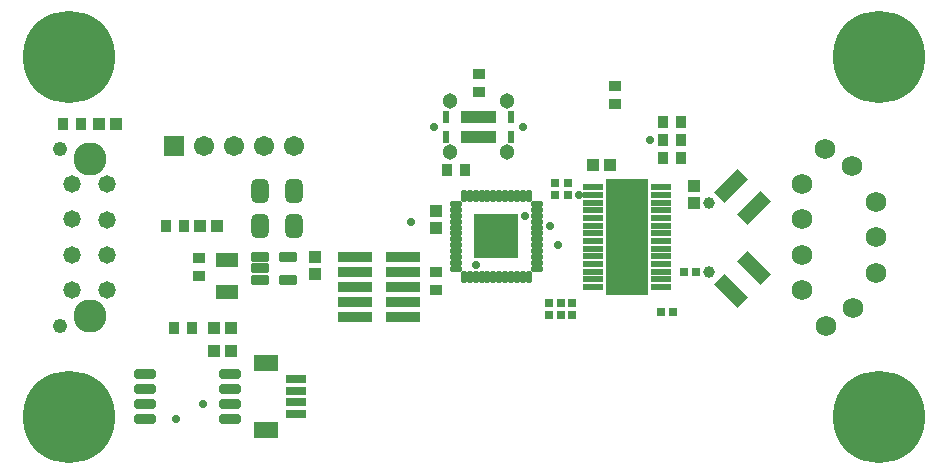
<source format=gts>
G04*
G04 #@! TF.GenerationSoftware,Altium Limited,CircuitStudio,1.5.2 (30)*
G04*
G04 Layer_Color=20142*
%FSLAX25Y25*%
%MOIN*%
G70*
G01*
G75*
%ADD51R,0.11666X0.03359*%
%ADD52R,0.03950X0.04343*%
G04:AMPARAMS|DCode=53|XSize=75.72mil|YSize=31.23mil|CornerRadius=6.9mil|HoleSize=0mil|Usage=FLASHONLY|Rotation=0.000|XOffset=0mil|YOffset=0mil|HoleType=Round|Shape=RoundedRectangle|*
%AMROUNDEDRECTD53*
21,1,0.07572,0.01742,0,0,0.0*
21,1,0.06191,0.03123,0,0,0.0*
1,1,0.01381,0.03096,-0.00871*
1,1,0.01381,-0.03096,-0.00871*
1,1,0.01381,-0.03096,0.00871*
1,1,0.01381,0.03096,0.00871*
%
%ADD53ROUNDEDRECTD53*%
%ADD54R,0.01981X0.04225*%
%ADD55R,0.03556X0.04343*%
G04:AMPARAMS|DCode=56|XSize=110.36mil|YSize=51.31mil|CornerRadius=0mil|HoleSize=0mil|Usage=FLASHONLY|Rotation=315.000|XOffset=0mil|YOffset=0mil|HoleType=Round|Shape=Rectangle|*
%AMROTATEDRECTD56*
4,1,4,-0.05716,0.02088,-0.02088,0.05716,0.05716,-0.02088,0.02088,-0.05716,-0.05716,0.02088,0.0*
%
%ADD56ROTATEDRECTD56*%

G04:AMPARAMS|DCode=57|XSize=110.36mil|YSize=51.31mil|CornerRadius=0mil|HoleSize=0mil|Usage=FLASHONLY|Rotation=225.000|XOffset=0mil|YOffset=0mil|HoleType=Round|Shape=Rectangle|*
%AMROTATEDRECTD57*
4,1,4,0.02088,0.05716,0.05716,0.02088,-0.02088,-0.05716,-0.05716,-0.02088,0.02088,0.05716,0.0*
%
%ADD57ROTATEDRECTD57*%

%ADD58R,0.14186X0.38989*%
%ADD59R,0.06981X0.02414*%
%ADD60R,0.02769X0.03162*%
%ADD61R,0.04343X0.03556*%
%ADD62R,0.04343X0.03950*%
G04:AMPARAMS|DCode=63|XSize=79.65mil|YSize=56.82mil|CornerRadius=16.21mil|HoleSize=0mil|Usage=FLASHONLY|Rotation=90.000|XOffset=0mil|YOffset=0mil|HoleType=Round|Shape=RoundedRectangle|*
%AMROUNDEDRECTD63*
21,1,0.07965,0.02441,0,0,90.0*
21,1,0.04724,0.05682,0,0,90.0*
1,1,0.03241,0.01221,0.02362*
1,1,0.03241,0.01221,-0.02362*
1,1,0.03241,-0.01221,-0.02362*
1,1,0.03241,-0.01221,0.02362*
%
%ADD63ROUNDEDRECTD63*%
%ADD64R,0.07493X0.05131*%
%ADD65R,0.14579X0.14579*%
G04:AMPARAMS|DCode=66|XSize=39.89mil|YSize=18.24mil|CornerRadius=5.28mil|HoleSize=0mil|Usage=FLASHONLY|Rotation=90.000|XOffset=0mil|YOffset=0mil|HoleType=Round|Shape=RoundedRectangle|*
%AMROUNDEDRECTD66*
21,1,0.03989,0.00768,0,0,90.0*
21,1,0.02933,0.01824,0,0,90.0*
1,1,0.01056,0.00384,0.01467*
1,1,0.01056,0.00384,-0.01467*
1,1,0.01056,-0.00384,-0.01467*
1,1,0.01056,-0.00384,0.01467*
%
%ADD66ROUNDEDRECTD66*%
G04:AMPARAMS|DCode=67|XSize=18.24mil|YSize=39.89mil|CornerRadius=5.28mil|HoleSize=0mil|Usage=FLASHONLY|Rotation=90.000|XOffset=0mil|YOffset=0mil|HoleType=Round|Shape=RoundedRectangle|*
%AMROUNDEDRECTD67*
21,1,0.01824,0.02933,0,0,90.0*
21,1,0.00768,0.03989,0,0,90.0*
1,1,0.01056,0.01467,0.00384*
1,1,0.01056,0.01467,-0.00384*
1,1,0.01056,-0.01467,-0.00384*
1,1,0.01056,-0.01467,0.00384*
%
%ADD67ROUNDEDRECTD67*%
G04:AMPARAMS|DCode=68|XSize=31.62mil|YSize=61.15mil|CornerRadius=5.77mil|HoleSize=0mil|Usage=FLASHONLY|Rotation=270.000|XOffset=0mil|YOffset=0mil|HoleType=Round|Shape=RoundedRectangle|*
%AMROUNDEDRECTD68*
21,1,0.03162,0.04961,0,0,270.0*
21,1,0.02008,0.06115,0,0,270.0*
1,1,0.01154,-0.02480,-0.01004*
1,1,0.01154,-0.02480,0.01004*
1,1,0.01154,0.02480,0.01004*
1,1,0.01154,0.02480,-0.01004*
%
%ADD68ROUNDEDRECTD68*%
%ADD69R,0.03162X0.02769*%
%ADD70R,0.07887X0.05524*%
%ADD71R,0.06902X0.03162*%
%ADD72C,0.02847*%
%ADD73C,0.05131*%
%ADD74C,0.06800*%
%ADD75C,0.00800*%
%ADD76C,0.06706*%
%ADD77R,0.06706X0.06706*%
%ADD78C,0.05800*%
%ADD79C,0.04816*%
%ADD80C,0.11036*%
%ADD81C,0.30800*%
%ADD82C,0.02769*%
%ADD83C,0.04800*%
%ADD84C,0.03950*%
G36*
X396802Y462903D02*
X384598D01*
Y483297D01*
X396802D01*
Y462903D01*
D02*
G37*
D51*
X315953Y446456D02*
D03*
Y451456D02*
D03*
Y456456D02*
D03*
Y461456D02*
D03*
Y466456D02*
D03*
X300047Y446456D02*
D03*
Y451456D02*
D03*
Y456456D02*
D03*
Y461456D02*
D03*
Y466456D02*
D03*
D52*
X252944Y435100D02*
D03*
X258456D02*
D03*
X379401Y497000D02*
D03*
X384913D02*
D03*
X253878Y476702D02*
D03*
X248366D02*
D03*
X220156Y510800D02*
D03*
X214644D02*
D03*
X258456Y442700D02*
D03*
X252944D02*
D03*
D53*
X258252Y427500D02*
D03*
Y422500D02*
D03*
Y417500D02*
D03*
Y412500D02*
D03*
X229748D02*
D03*
Y417500D02*
D03*
Y422500D02*
D03*
Y427500D02*
D03*
D54*
X346021Y506494D02*
D03*
X344053D02*
D03*
X336179D02*
D03*
X338147D02*
D03*
X342084D02*
D03*
X340116D02*
D03*
X351927D02*
D03*
X330273D02*
D03*
X346021Y513306D02*
D03*
X344053D02*
D03*
X336179D02*
D03*
X338147D02*
D03*
X342084D02*
D03*
X340116D02*
D03*
X351927D02*
D03*
X330273D02*
D03*
D55*
X402547Y511500D02*
D03*
X408453D02*
D03*
X408453Y505346D02*
D03*
X402547D02*
D03*
X402547Y499346D02*
D03*
X408453D02*
D03*
X330547Y495500D02*
D03*
X336453D02*
D03*
X236947Y476702D02*
D03*
X242853D02*
D03*
X202647Y510800D02*
D03*
X208553D02*
D03*
X239547Y442700D02*
D03*
X245453D02*
D03*
D56*
X432758Y462758D02*
D03*
X425242Y455242D02*
D03*
D57*
X432758Y482742D02*
D03*
X425242Y490258D02*
D03*
D58*
X390700Y473100D02*
D03*
D59*
X379401Y456466D02*
D03*
Y459025D02*
D03*
Y461584D02*
D03*
Y464143D02*
D03*
Y466702D02*
D03*
Y469262D02*
D03*
Y471820D02*
D03*
Y474380D02*
D03*
Y476939D02*
D03*
Y479498D02*
D03*
Y482057D02*
D03*
Y484616D02*
D03*
Y487175D02*
D03*
Y489734D02*
D03*
X401999D02*
D03*
Y487175D02*
D03*
Y484616D02*
D03*
Y482057D02*
D03*
Y479498D02*
D03*
Y476939D02*
D03*
Y474380D02*
D03*
Y471820D02*
D03*
Y469262D02*
D03*
Y466702D02*
D03*
Y464143D02*
D03*
Y461584D02*
D03*
Y459025D02*
D03*
Y456466D02*
D03*
D60*
X371000Y487175D02*
D03*
Y491112D02*
D03*
X366500D02*
D03*
Y487175D02*
D03*
X368450Y451069D02*
D03*
Y447132D02*
D03*
X372200Y451069D02*
D03*
Y447132D02*
D03*
X364700D02*
D03*
Y451069D02*
D03*
D61*
X341100Y527453D02*
D03*
Y521547D02*
D03*
X327000Y455550D02*
D03*
Y461456D02*
D03*
X386500Y517547D02*
D03*
Y523453D02*
D03*
X247901Y460322D02*
D03*
Y466227D02*
D03*
D62*
X327000Y476299D02*
D03*
Y481811D02*
D03*
X286700Y460944D02*
D03*
Y466456D02*
D03*
X413000Y484616D02*
D03*
Y490128D02*
D03*
D63*
X268200Y476702D02*
D03*
X279538D02*
D03*
X268200Y488346D02*
D03*
X279538D02*
D03*
D64*
X257401Y454810D02*
D03*
Y465440D02*
D03*
D65*
X347000Y473346D02*
D03*
D66*
X336173Y486929D02*
D03*
X338142D02*
D03*
X340110D02*
D03*
X342079D02*
D03*
X344047D02*
D03*
X346016D02*
D03*
X347984D02*
D03*
X349953D02*
D03*
X351921D02*
D03*
X353890D02*
D03*
X355858D02*
D03*
X357827D02*
D03*
Y459763D02*
D03*
X355858D02*
D03*
X353890D02*
D03*
X351921D02*
D03*
X349953D02*
D03*
X347984D02*
D03*
X346016D02*
D03*
X344047D02*
D03*
X342079D02*
D03*
X340110D02*
D03*
X338142D02*
D03*
X336173D02*
D03*
D67*
X333417Y462519D02*
D03*
Y464488D02*
D03*
Y466456D02*
D03*
Y468425D02*
D03*
Y470393D02*
D03*
Y472362D02*
D03*
Y474330D02*
D03*
Y476299D02*
D03*
Y478267D02*
D03*
Y480236D02*
D03*
Y482204D02*
D03*
Y484173D02*
D03*
X360583D02*
D03*
Y482204D02*
D03*
Y480236D02*
D03*
Y478267D02*
D03*
Y476299D02*
D03*
Y474330D02*
D03*
Y472362D02*
D03*
Y470393D02*
D03*
Y468425D02*
D03*
Y466456D02*
D03*
Y464488D02*
D03*
Y462519D02*
D03*
D68*
X277530Y466424D02*
D03*
Y458944D02*
D03*
X268200D02*
D03*
Y462684D02*
D03*
Y466424D02*
D03*
D69*
X405936Y448154D02*
D03*
X401999D02*
D03*
X409531Y461500D02*
D03*
X413469D02*
D03*
D70*
X270276Y431024D02*
D03*
Y408976D02*
D03*
D71*
X280217Y425906D02*
D03*
Y421969D02*
D03*
Y418031D02*
D03*
Y414094D02*
D03*
D72*
X355864Y509900D02*
D03*
X326336D02*
D03*
D73*
X350549Y501435D02*
D03*
Y518365D02*
D03*
X331651Y501435D02*
D03*
Y518365D02*
D03*
D74*
X473500Y461289D02*
D03*
Y473100D02*
D03*
Y484911D02*
D03*
X465783Y449478D02*
D03*
X465469Y496722D02*
D03*
X449000Y490817D02*
D03*
Y479006D02*
D03*
Y467195D02*
D03*
X456716Y502628D02*
D03*
X457031Y443573D02*
D03*
X449000Y455383D02*
D03*
D75*
X385976Y456565D02*
D03*
X390700D02*
D03*
X395424D02*
D03*
X385976Y461289D02*
D03*
X390700D02*
D03*
X395424D02*
D03*
X385976Y466013D02*
D03*
X390700D02*
D03*
X395424D02*
D03*
X385976Y489636D02*
D03*
X390700D02*
D03*
X395424D02*
D03*
X385976Y484911D02*
D03*
X390700D02*
D03*
X395424D02*
D03*
X385976Y480187D02*
D03*
X390700D02*
D03*
X395424D02*
D03*
X385976Y475462D02*
D03*
X390700D02*
D03*
X395424D02*
D03*
X385976Y470738D02*
D03*
X390700D02*
D03*
X395424D02*
D03*
D76*
X279538Y503500D02*
D03*
X269538D02*
D03*
X259538D02*
D03*
X249538D02*
D03*
D77*
X239538D02*
D03*
D78*
X205600Y467190D02*
D03*
Y490830D02*
D03*
Y479010D02*
D03*
Y455370D02*
D03*
X217400Y490830D02*
D03*
Y478992D02*
D03*
Y467181D02*
D03*
Y455370D02*
D03*
D79*
X201731Y443573D02*
D03*
X201732Y502628D02*
D03*
D80*
X211500Y499281D02*
D03*
Y446919D02*
D03*
D81*
X474500Y533000D02*
D03*
Y413000D02*
D03*
X204500D02*
D03*
Y533000D02*
D03*
D82*
X240400Y412500D02*
D03*
X249200Y417500D02*
D03*
X365000Y476846D02*
D03*
X356500Y480236D02*
D03*
X367500Y470500D02*
D03*
X374500Y487175D02*
D03*
X318500Y478032D02*
D03*
X300047Y461456D02*
D03*
X340110Y463907D02*
D03*
X398100Y505346D02*
D03*
D83*
X350500Y476846D02*
D03*
X343500D02*
D03*
X350500Y469846D02*
D03*
X343500Y470000D02*
D03*
D84*
X418000Y484616D02*
D03*
Y461584D02*
D03*
M02*

</source>
